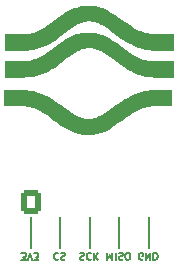
<source format=gbr>
%TF.GenerationSoftware,KiCad,Pcbnew,9.0.6*%
%TF.CreationDate,2026-02-10T13:55:09-08:00*%
%TF.ProjectId,ArmEncoderBoard,41726d45-6e63-46f6-9465-72426f617264,rev?*%
%TF.SameCoordinates,Original*%
%TF.FileFunction,Legend,Bot*%
%TF.FilePolarity,Positive*%
%FSLAX46Y46*%
G04 Gerber Fmt 4.6, Leading zero omitted, Abs format (unit mm)*
G04 Created by KiCad (PCBNEW 9.0.6) date 2026-02-10 13:55:09*
%MOMM*%
%LPD*%
G01*
G04 APERTURE LIST*
G04 Aperture macros list*
%AMRoundRect*
0 Rectangle with rounded corners*
0 $1 Rounding radius*
0 $2 $3 $4 $5 $6 $7 $8 $9 X,Y pos of 4 corners*
0 Add a 4 corners polygon primitive as box body*
4,1,4,$2,$3,$4,$5,$6,$7,$8,$9,$2,$3,0*
0 Add four circle primitives for the rounded corners*
1,1,$1+$1,$2,$3*
1,1,$1+$1,$4,$5*
1,1,$1+$1,$6,$7*
1,1,$1+$1,$8,$9*
0 Add four rect primitives between the rounded corners*
20,1,$1+$1,$2,$3,$4,$5,0*
20,1,$1+$1,$4,$5,$6,$7,0*
20,1,$1+$1,$6,$7,$8,$9,0*
20,1,$1+$1,$8,$9,$2,$3,0*%
G04 Aperture macros list end*
%ADD10C,0.150000*%
%ADD11C,0.000000*%
%ADD12C,7.000000*%
%ADD13RoundRect,0.250000X-0.600000X-0.725000X0.600000X-0.725000X0.600000X0.725000X-0.600000X0.725000X0*%
%ADD14O,1.700000X1.950000*%
G04 APERTURE END LIST*
D10*
X136300000Y-94450000D02*
X136300000Y-97050000D01*
X133800000Y-94450000D02*
X133800000Y-97050000D01*
X143800000Y-94450000D02*
X143800000Y-97050000D01*
X138800000Y-94450000D02*
X138800000Y-97050000D01*
D11*
G36*
X133241468Y-83719324D02*
G01*
X133390232Y-83726539D01*
X133535740Y-83738328D01*
X133678070Y-83754496D01*
X133817299Y-83774850D01*
X133953505Y-83799196D01*
X134086766Y-83827340D01*
X134217159Y-83859089D01*
X134469650Y-83932624D01*
X134711600Y-84018252D01*
X134943627Y-84114422D01*
X135166352Y-84219583D01*
X135380396Y-84332186D01*
X135586379Y-84450680D01*
X135784920Y-84573515D01*
X135976639Y-84699140D01*
X136342095Y-84952562D01*
X136687706Y-85198542D01*
X136941231Y-85391398D01*
X137187934Y-85570612D01*
X137309696Y-85653940D01*
X137430916Y-85732462D01*
X137551981Y-85805714D01*
X137673279Y-85873229D01*
X137795197Y-85934543D01*
X137918122Y-85989191D01*
X138042443Y-86036707D01*
X138168546Y-86076627D01*
X138296820Y-86108486D01*
X138427652Y-86131818D01*
X138561429Y-86146158D01*
X138698540Y-86151041D01*
X138826349Y-86146739D01*
X138952065Y-86133988D01*
X139076076Y-86113020D01*
X139198769Y-86084069D01*
X139320532Y-86047366D01*
X139441752Y-86003143D01*
X139562817Y-85951635D01*
X139684114Y-85893073D01*
X139806032Y-85827689D01*
X139928957Y-85755717D01*
X140053277Y-85677388D01*
X140179381Y-85592936D01*
X140307654Y-85502593D01*
X140438486Y-85406591D01*
X140709374Y-85198542D01*
X141054779Y-84954733D01*
X141418787Y-84706583D01*
X141608930Y-84584174D01*
X141805120Y-84464634D01*
X142007821Y-84349279D01*
X142217498Y-84239428D01*
X142434616Y-84136398D01*
X142659641Y-84041507D01*
X142893037Y-83956073D01*
X143135270Y-83881413D01*
X143386805Y-83818846D01*
X143648107Y-83769689D01*
X143919640Y-83735259D01*
X144201870Y-83716875D01*
X145736454Y-83716875D01*
X145736454Y-85092709D01*
X144201870Y-85092709D01*
X144103267Y-85094548D01*
X144005874Y-85099982D01*
X143909664Y-85108885D01*
X143814607Y-85121131D01*
X143627835Y-85155147D01*
X143445327Y-85201023D01*
X143266850Y-85257750D01*
X143092170Y-85324322D01*
X142921057Y-85399731D01*
X142753277Y-85482969D01*
X142588597Y-85573028D01*
X142426785Y-85668901D01*
X142267609Y-85769579D01*
X142110836Y-85874056D01*
X141803568Y-86090374D01*
X141503121Y-86309792D01*
X141187172Y-86544403D01*
X140870602Y-86767851D01*
X140710341Y-86873452D01*
X140547831Y-86973937D01*
X140382376Y-87068531D01*
X140213278Y-87156458D01*
X140039839Y-87236944D01*
X139861361Y-87309214D01*
X139677147Y-87372491D01*
X139486500Y-87426002D01*
X139288721Y-87468971D01*
X139083113Y-87500623D01*
X138868978Y-87520183D01*
X138645619Y-87526875D01*
X138532593Y-87525036D01*
X138421679Y-87519601D01*
X138312819Y-87510699D01*
X138205956Y-87498453D01*
X138101030Y-87482990D01*
X137997984Y-87464437D01*
X137797299Y-87418561D01*
X137603435Y-87361833D01*
X137415927Y-87295261D01*
X137234311Y-87219853D01*
X137058120Y-87136615D01*
X136886890Y-87046556D01*
X136720156Y-86950683D01*
X136557453Y-86850005D01*
X136398316Y-86745528D01*
X136088877Y-86529210D01*
X135788120Y-86309792D01*
X135476821Y-86075181D01*
X135172963Y-85851732D01*
X135021500Y-85746132D01*
X134869106Y-85645647D01*
X134714852Y-85551053D01*
X134557807Y-85463126D01*
X134397042Y-85382640D01*
X134231626Y-85310370D01*
X134060629Y-85247092D01*
X133883120Y-85193581D01*
X133698170Y-85150612D01*
X133504849Y-85118961D01*
X133302226Y-85099401D01*
X133089371Y-85092709D01*
X131554787Y-85092709D01*
X131554787Y-83716875D01*
X133089371Y-83716875D01*
X133241468Y-83719324D01*
G37*
D10*
X141300000Y-94450000D02*
X141300000Y-97050000D01*
D11*
G36*
X138811566Y-78850382D02*
G01*
X138922480Y-78855816D01*
X139031340Y-78864719D01*
X139138204Y-78876965D01*
X139243130Y-78892427D01*
X139346176Y-78910981D01*
X139546862Y-78956856D01*
X139740726Y-79013584D01*
X139928234Y-79080156D01*
X140109851Y-79155565D01*
X140286042Y-79238803D01*
X140457272Y-79328862D01*
X140624006Y-79424735D01*
X140786709Y-79525413D01*
X140945846Y-79629890D01*
X141255285Y-79846208D01*
X141556042Y-80065626D01*
X141869717Y-80315430D01*
X142024966Y-80433394D01*
X142180292Y-80546010D01*
X142336549Y-80652735D01*
X142494588Y-80753025D01*
X142655263Y-80846340D01*
X142819426Y-80932136D01*
X142987930Y-81009870D01*
X143161628Y-81079000D01*
X143341372Y-81138984D01*
X143528015Y-81189278D01*
X143722410Y-81229340D01*
X143925409Y-81258627D01*
X144137865Y-81276598D01*
X144360630Y-81282709D01*
X145895214Y-81282709D01*
X145895214Y-82658542D01*
X144360630Y-82658542D01*
X144208533Y-82655942D01*
X144059770Y-82648284D01*
X143914262Y-82635782D01*
X143771932Y-82618648D01*
X143632702Y-82597096D01*
X143496496Y-82571338D01*
X143363235Y-82541589D01*
X143232842Y-82508060D01*
X143105240Y-82470966D01*
X142980351Y-82430520D01*
X142738402Y-82340422D01*
X142506374Y-82239472D01*
X142283649Y-82129376D01*
X142069605Y-82011838D01*
X141863622Y-81888563D01*
X141665082Y-81761259D01*
X141473362Y-81631628D01*
X140762295Y-81123959D01*
X140508770Y-80931103D01*
X140262066Y-80751889D01*
X140140303Y-80668561D01*
X140019083Y-80590038D01*
X139898018Y-80516787D01*
X139776721Y-80449272D01*
X139654803Y-80387958D01*
X139531878Y-80333310D01*
X139407558Y-80285793D01*
X139281454Y-80245873D01*
X139153181Y-80214015D01*
X139022349Y-80190683D01*
X138888572Y-80176343D01*
X138751461Y-80171459D01*
X138623652Y-80175761D01*
X138497936Y-80188512D01*
X138373925Y-80209480D01*
X138251232Y-80238432D01*
X138129469Y-80275135D01*
X138008249Y-80319357D01*
X137887184Y-80370865D01*
X137765887Y-80429428D01*
X137643969Y-80494811D01*
X137521043Y-80566784D01*
X137396723Y-80645112D01*
X137270619Y-80729564D01*
X137142345Y-80819908D01*
X137011513Y-80915910D01*
X136740624Y-81123959D01*
X136395011Y-81402598D01*
X136029555Y-81676277D01*
X135837835Y-81808155D01*
X135639295Y-81935072D01*
X135433313Y-82055788D01*
X135219269Y-82169063D01*
X134996544Y-82273656D01*
X134764517Y-82368327D01*
X134522568Y-82451836D01*
X134270077Y-82522943D01*
X134006425Y-82580407D01*
X133730990Y-82622989D01*
X133443152Y-82649447D01*
X133142292Y-82658542D01*
X131607708Y-82658542D01*
X131607708Y-81282709D01*
X133142292Y-81282709D01*
X133240895Y-81280870D01*
X133338288Y-81275436D01*
X133434498Y-81266533D01*
X133529555Y-81254287D01*
X133716326Y-81220271D01*
X133898834Y-81174395D01*
X134077311Y-81117667D01*
X134251990Y-81051095D01*
X134423104Y-80975687D01*
X134590884Y-80892449D01*
X134755564Y-80802390D01*
X134917375Y-80706517D01*
X135076552Y-80605838D01*
X135233325Y-80501362D01*
X135540592Y-80285044D01*
X135841038Y-80065626D01*
X136156988Y-79831015D01*
X136473559Y-79607566D01*
X136633820Y-79501965D01*
X136796330Y-79401480D01*
X136961785Y-79306887D01*
X137130883Y-79218959D01*
X137304323Y-79138473D01*
X137482800Y-79066204D01*
X137667014Y-79002926D01*
X137857661Y-78949415D01*
X138055440Y-78906446D01*
X138261047Y-78874794D01*
X138475182Y-78855235D01*
X138698540Y-78848543D01*
X138811566Y-78850382D01*
G37*
G36*
X138811416Y-76574965D02*
G01*
X138921899Y-76580399D01*
X139030076Y-76589302D01*
X139136034Y-76601548D01*
X139239860Y-76617010D01*
X139341642Y-76635564D01*
X139539420Y-76681440D01*
X139730068Y-76738167D01*
X139914281Y-76804739D01*
X140092759Y-76880148D01*
X140266198Y-76963386D01*
X140435296Y-77053445D01*
X140600751Y-77149318D01*
X140763260Y-77249997D01*
X140923522Y-77354473D01*
X141556042Y-77790209D01*
X142180292Y-78218503D01*
X142336549Y-78319763D01*
X142494588Y-78417148D01*
X142655263Y-78509881D01*
X142819426Y-78597188D01*
X142987930Y-78678294D01*
X143161628Y-78752424D01*
X143341372Y-78818803D01*
X143528015Y-78876654D01*
X143722410Y-78925204D01*
X143925409Y-78963678D01*
X144137865Y-78991299D01*
X144360630Y-79007293D01*
X145895214Y-79007293D01*
X145895214Y-80383126D01*
X144360630Y-80383126D01*
X144208533Y-80380526D01*
X144059770Y-80372868D01*
X143914262Y-80360366D01*
X143771932Y-80343232D01*
X143632702Y-80321680D01*
X143496496Y-80295922D01*
X143363235Y-80266173D01*
X143232842Y-80232644D01*
X143105240Y-80195550D01*
X142980351Y-80155104D01*
X142738402Y-80065006D01*
X142506374Y-79964056D01*
X142283649Y-79853959D01*
X142069605Y-79736421D01*
X141863622Y-79613147D01*
X141665082Y-79485842D01*
X141473362Y-79356212D01*
X140762295Y-78848543D01*
X140508770Y-78655687D01*
X140262066Y-78476473D01*
X140140303Y-78393144D01*
X140019083Y-78314622D01*
X139898018Y-78241371D01*
X139776721Y-78173855D01*
X139654803Y-78112541D01*
X139531878Y-78057893D01*
X139407558Y-78010377D01*
X139281454Y-77970457D01*
X139153181Y-77938598D01*
X139022349Y-77915266D01*
X138888572Y-77900926D01*
X138751461Y-77896043D01*
X138623652Y-77900345D01*
X138497936Y-77913096D01*
X138373925Y-77934064D01*
X138251232Y-77963015D01*
X138129469Y-77999719D01*
X138008249Y-78043941D01*
X137887184Y-78095449D01*
X137765887Y-78154011D01*
X137643969Y-78219395D01*
X137521043Y-78291367D01*
X137396723Y-78369696D01*
X137270619Y-78454148D01*
X137142345Y-78544492D01*
X137011513Y-78640494D01*
X136740624Y-78848543D01*
X136395011Y-79127182D01*
X136029555Y-79400860D01*
X135837835Y-79532739D01*
X135639295Y-79659656D01*
X135433313Y-79780372D01*
X135219269Y-79893647D01*
X134996544Y-79998240D01*
X134764517Y-80092911D01*
X134522568Y-80176420D01*
X134270077Y-80247527D01*
X134006425Y-80304991D01*
X133730990Y-80347573D01*
X133443152Y-80374031D01*
X133142292Y-80383126D01*
X131607708Y-80383126D01*
X131607708Y-79007293D01*
X133142292Y-79007293D01*
X133240895Y-79005453D01*
X133338288Y-79000019D01*
X133434498Y-78991116D01*
X133529555Y-78978871D01*
X133716326Y-78944855D01*
X133898834Y-78898979D01*
X134077311Y-78842251D01*
X134251990Y-78775679D01*
X134423104Y-78700270D01*
X134590884Y-78617032D01*
X134755564Y-78526973D01*
X134917375Y-78431100D01*
X135076552Y-78330422D01*
X135233325Y-78225945D01*
X135540592Y-78009627D01*
X135841038Y-77790209D01*
X136156988Y-77555598D01*
X136473559Y-77332149D01*
X136633820Y-77226548D01*
X136796330Y-77126064D01*
X136961785Y-77031470D01*
X137130883Y-76943542D01*
X137304323Y-76863056D01*
X137482800Y-76790787D01*
X137667014Y-76727509D01*
X137857661Y-76673998D01*
X138055440Y-76631029D01*
X138261047Y-76599377D01*
X138475182Y-76579818D01*
X138698540Y-76573126D01*
X138811416Y-76574965D01*
G37*
D10*
X137962255Y-97509800D02*
X138047970Y-97481228D01*
X138047970Y-97481228D02*
X138190827Y-97481228D01*
X138190827Y-97481228D02*
X138247970Y-97509800D01*
X138247970Y-97509800D02*
X138276541Y-97538371D01*
X138276541Y-97538371D02*
X138305112Y-97595514D01*
X138305112Y-97595514D02*
X138305112Y-97652657D01*
X138305112Y-97652657D02*
X138276541Y-97709800D01*
X138276541Y-97709800D02*
X138247970Y-97738371D01*
X138247970Y-97738371D02*
X138190827Y-97766942D01*
X138190827Y-97766942D02*
X138076541Y-97795514D01*
X138076541Y-97795514D02*
X138019398Y-97824085D01*
X138019398Y-97824085D02*
X137990827Y-97852657D01*
X137990827Y-97852657D02*
X137962255Y-97909800D01*
X137962255Y-97909800D02*
X137962255Y-97966942D01*
X137962255Y-97966942D02*
X137990827Y-98024085D01*
X137990827Y-98024085D02*
X138019398Y-98052657D01*
X138019398Y-98052657D02*
X138076541Y-98081228D01*
X138076541Y-98081228D02*
X138219398Y-98081228D01*
X138219398Y-98081228D02*
X138305112Y-98052657D01*
X138905113Y-97538371D02*
X138876541Y-97509800D01*
X138876541Y-97509800D02*
X138790827Y-97481228D01*
X138790827Y-97481228D02*
X138733684Y-97481228D01*
X138733684Y-97481228D02*
X138647970Y-97509800D01*
X138647970Y-97509800D02*
X138590827Y-97566942D01*
X138590827Y-97566942D02*
X138562256Y-97624085D01*
X138562256Y-97624085D02*
X138533684Y-97738371D01*
X138533684Y-97738371D02*
X138533684Y-97824085D01*
X138533684Y-97824085D02*
X138562256Y-97938371D01*
X138562256Y-97938371D02*
X138590827Y-97995514D01*
X138590827Y-97995514D02*
X138647970Y-98052657D01*
X138647970Y-98052657D02*
X138733684Y-98081228D01*
X138733684Y-98081228D02*
X138790827Y-98081228D01*
X138790827Y-98081228D02*
X138876541Y-98052657D01*
X138876541Y-98052657D02*
X138905113Y-98024085D01*
X139162256Y-97481228D02*
X139162256Y-98081228D01*
X139505113Y-97481228D02*
X139247970Y-97824085D01*
X139505113Y-98081228D02*
X139162256Y-97738371D01*
X136133684Y-97538371D02*
X136105112Y-97509800D01*
X136105112Y-97509800D02*
X136019398Y-97481228D01*
X136019398Y-97481228D02*
X135962255Y-97481228D01*
X135962255Y-97481228D02*
X135876541Y-97509800D01*
X135876541Y-97509800D02*
X135819398Y-97566942D01*
X135819398Y-97566942D02*
X135790827Y-97624085D01*
X135790827Y-97624085D02*
X135762255Y-97738371D01*
X135762255Y-97738371D02*
X135762255Y-97824085D01*
X135762255Y-97824085D02*
X135790827Y-97938371D01*
X135790827Y-97938371D02*
X135819398Y-97995514D01*
X135819398Y-97995514D02*
X135876541Y-98052657D01*
X135876541Y-98052657D02*
X135962255Y-98081228D01*
X135962255Y-98081228D02*
X136019398Y-98081228D01*
X136019398Y-98081228D02*
X136105112Y-98052657D01*
X136105112Y-98052657D02*
X136133684Y-98024085D01*
X136362255Y-97509800D02*
X136447970Y-97481228D01*
X136447970Y-97481228D02*
X136590827Y-97481228D01*
X136590827Y-97481228D02*
X136647970Y-97509800D01*
X136647970Y-97509800D02*
X136676541Y-97538371D01*
X136676541Y-97538371D02*
X136705112Y-97595514D01*
X136705112Y-97595514D02*
X136705112Y-97652657D01*
X136705112Y-97652657D02*
X136676541Y-97709800D01*
X136676541Y-97709800D02*
X136647970Y-97738371D01*
X136647970Y-97738371D02*
X136590827Y-97766942D01*
X136590827Y-97766942D02*
X136476541Y-97795514D01*
X136476541Y-97795514D02*
X136419398Y-97824085D01*
X136419398Y-97824085D02*
X136390827Y-97852657D01*
X136390827Y-97852657D02*
X136362255Y-97909800D01*
X136362255Y-97909800D02*
X136362255Y-97966942D01*
X136362255Y-97966942D02*
X136390827Y-98024085D01*
X136390827Y-98024085D02*
X136419398Y-98052657D01*
X136419398Y-98052657D02*
X136476541Y-98081228D01*
X136476541Y-98081228D02*
X136619398Y-98081228D01*
X136619398Y-98081228D02*
X136705112Y-98052657D01*
X132990826Y-98081228D02*
X133362254Y-98081228D01*
X133362254Y-98081228D02*
X133162254Y-97852657D01*
X133162254Y-97852657D02*
X133247969Y-97852657D01*
X133247969Y-97852657D02*
X133305112Y-97824085D01*
X133305112Y-97824085D02*
X133333683Y-97795514D01*
X133333683Y-97795514D02*
X133362254Y-97738371D01*
X133362254Y-97738371D02*
X133362254Y-97595514D01*
X133362254Y-97595514D02*
X133333683Y-97538371D01*
X133333683Y-97538371D02*
X133305112Y-97509800D01*
X133305112Y-97509800D02*
X133247969Y-97481228D01*
X133247969Y-97481228D02*
X133076540Y-97481228D01*
X133076540Y-97481228D02*
X133019397Y-97509800D01*
X133019397Y-97509800D02*
X132990826Y-97538371D01*
X133533683Y-98081228D02*
X133733683Y-97481228D01*
X133733683Y-97481228D02*
X133933683Y-98081228D01*
X134076541Y-98081228D02*
X134447969Y-98081228D01*
X134447969Y-98081228D02*
X134247969Y-97852657D01*
X134247969Y-97852657D02*
X134333684Y-97852657D01*
X134333684Y-97852657D02*
X134390827Y-97824085D01*
X134390827Y-97824085D02*
X134419398Y-97795514D01*
X134419398Y-97795514D02*
X134447969Y-97738371D01*
X134447969Y-97738371D02*
X134447969Y-97595514D01*
X134447969Y-97595514D02*
X134419398Y-97538371D01*
X134419398Y-97538371D02*
X134390827Y-97509800D01*
X134390827Y-97509800D02*
X134333684Y-97481228D01*
X134333684Y-97481228D02*
X134162255Y-97481228D01*
X134162255Y-97481228D02*
X134105112Y-97509800D01*
X134105112Y-97509800D02*
X134076541Y-97538371D01*
X143276541Y-98052657D02*
X143219399Y-98081228D01*
X143219399Y-98081228D02*
X143133684Y-98081228D01*
X143133684Y-98081228D02*
X143047970Y-98052657D01*
X143047970Y-98052657D02*
X142990827Y-97995514D01*
X142990827Y-97995514D02*
X142962256Y-97938371D01*
X142962256Y-97938371D02*
X142933684Y-97824085D01*
X142933684Y-97824085D02*
X142933684Y-97738371D01*
X142933684Y-97738371D02*
X142962256Y-97624085D01*
X142962256Y-97624085D02*
X142990827Y-97566942D01*
X142990827Y-97566942D02*
X143047970Y-97509800D01*
X143047970Y-97509800D02*
X143133684Y-97481228D01*
X143133684Y-97481228D02*
X143190827Y-97481228D01*
X143190827Y-97481228D02*
X143276541Y-97509800D01*
X143276541Y-97509800D02*
X143305113Y-97538371D01*
X143305113Y-97538371D02*
X143305113Y-97738371D01*
X143305113Y-97738371D02*
X143190827Y-97738371D01*
X143562256Y-97481228D02*
X143562256Y-98081228D01*
X143562256Y-98081228D02*
X143905113Y-97481228D01*
X143905113Y-97481228D02*
X143905113Y-98081228D01*
X144190827Y-97481228D02*
X144190827Y-98081228D01*
X144190827Y-98081228D02*
X144333684Y-98081228D01*
X144333684Y-98081228D02*
X144419398Y-98052657D01*
X144419398Y-98052657D02*
X144476541Y-97995514D01*
X144476541Y-97995514D02*
X144505112Y-97938371D01*
X144505112Y-97938371D02*
X144533684Y-97824085D01*
X144533684Y-97824085D02*
X144533684Y-97738371D01*
X144533684Y-97738371D02*
X144505112Y-97624085D01*
X144505112Y-97624085D02*
X144476541Y-97566942D01*
X144476541Y-97566942D02*
X144419398Y-97509800D01*
X144419398Y-97509800D02*
X144333684Y-97481228D01*
X144333684Y-97481228D02*
X144190827Y-97481228D01*
X140290827Y-97481228D02*
X140290827Y-98081228D01*
X140290827Y-98081228D02*
X140490827Y-97652657D01*
X140490827Y-97652657D02*
X140690827Y-98081228D01*
X140690827Y-98081228D02*
X140690827Y-97481228D01*
X140976541Y-97481228D02*
X140976541Y-98081228D01*
X141233683Y-97509800D02*
X141319398Y-97481228D01*
X141319398Y-97481228D02*
X141462255Y-97481228D01*
X141462255Y-97481228D02*
X141519398Y-97509800D01*
X141519398Y-97509800D02*
X141547969Y-97538371D01*
X141547969Y-97538371D02*
X141576540Y-97595514D01*
X141576540Y-97595514D02*
X141576540Y-97652657D01*
X141576540Y-97652657D02*
X141547969Y-97709800D01*
X141547969Y-97709800D02*
X141519398Y-97738371D01*
X141519398Y-97738371D02*
X141462255Y-97766942D01*
X141462255Y-97766942D02*
X141347969Y-97795514D01*
X141347969Y-97795514D02*
X141290826Y-97824085D01*
X141290826Y-97824085D02*
X141262255Y-97852657D01*
X141262255Y-97852657D02*
X141233683Y-97909800D01*
X141233683Y-97909800D02*
X141233683Y-97966942D01*
X141233683Y-97966942D02*
X141262255Y-98024085D01*
X141262255Y-98024085D02*
X141290826Y-98052657D01*
X141290826Y-98052657D02*
X141347969Y-98081228D01*
X141347969Y-98081228D02*
X141490826Y-98081228D01*
X141490826Y-98081228D02*
X141576540Y-98052657D01*
X141947969Y-98081228D02*
X142062255Y-98081228D01*
X142062255Y-98081228D02*
X142119398Y-98052657D01*
X142119398Y-98052657D02*
X142176541Y-97995514D01*
X142176541Y-97995514D02*
X142205112Y-97881228D01*
X142205112Y-97881228D02*
X142205112Y-97681228D01*
X142205112Y-97681228D02*
X142176541Y-97566942D01*
X142176541Y-97566942D02*
X142119398Y-97509800D01*
X142119398Y-97509800D02*
X142062255Y-97481228D01*
X142062255Y-97481228D02*
X141947969Y-97481228D01*
X141947969Y-97481228D02*
X141890827Y-97509800D01*
X141890827Y-97509800D02*
X141833684Y-97566942D01*
X141833684Y-97566942D02*
X141805112Y-97681228D01*
X141805112Y-97681228D02*
X141805112Y-97881228D01*
X141805112Y-97881228D02*
X141833684Y-97995514D01*
X141833684Y-97995514D02*
X141890827Y-98052657D01*
X141890827Y-98052657D02*
X141947969Y-98081228D01*
%LPC*%
D12*
%TO.C,H1*%
X126350500Y-69675500D03*
%TD*%
%TO.C,H3*%
X126350500Y-94424500D03*
%TD*%
%TO.C,H4*%
X151099500Y-94424500D03*
%TD*%
D13*
%TO.C,J1*%
X133800000Y-93200000D03*
D14*
X136300000Y-93200000D03*
X138800000Y-93200000D03*
X141300000Y-93200000D03*
X143800000Y-93200000D03*
%TD*%
D12*
%TO.C,H2*%
X151099500Y-69675500D03*
%TD*%
%LPD*%
M02*

</source>
